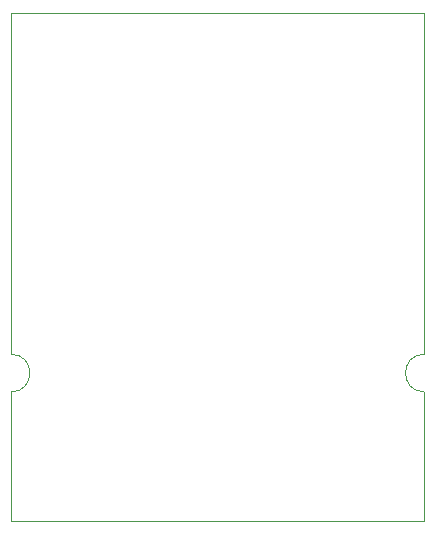
<source format=gm1>
G04 #@! TF.FileFunction,Profile,NP*
%FSLAX46Y46*%
G04 Gerber Fmt 4.6, Leading zero omitted, Abs format (unit mm)*
G04 Created by KiCad (PCBNEW 4.0.6) date 10/02/17 14:09:37*
%MOMM*%
%LPD*%
G01*
G04 APERTURE LIST*
%ADD10C,0.100000*%
G04 APERTURE END LIST*
D10*
X134000000Y-85100000D02*
X134000000Y-96000000D01*
X169000000Y-85100000D02*
X169000000Y-96000000D01*
X169000000Y-81900000D02*
G75*
G03X169000000Y-85100000I0J-1600000D01*
G01*
X134000000Y-85100000D02*
G75*
G03X134000000Y-81900000I0J1600000D01*
G01*
X134000000Y-53000000D02*
X169000000Y-53000000D01*
X134000000Y-81900000D02*
X134000000Y-53000000D01*
X169000000Y-96000000D02*
X134000000Y-96000000D01*
X169000000Y-53000000D02*
X169000000Y-81900000D01*
M02*

</source>
